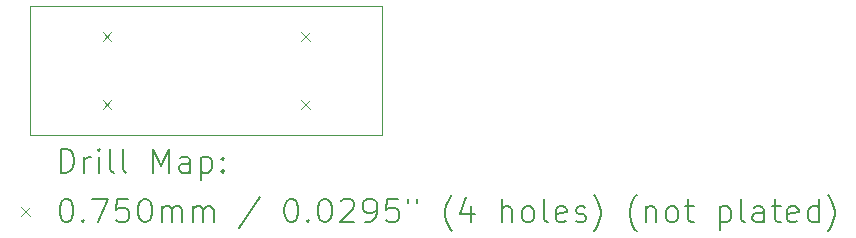
<source format=gbr>
%TF.GenerationSoftware,KiCad,Pcbnew,8.0.4*%
%TF.CreationDate,2024-12-01T16:30:58-06:00*%
%TF.ProjectId,SuzyQ,53757a79-512e-46b6-9963-61645f706362,1.0*%
%TF.SameCoordinates,Original*%
%TF.FileFunction,Drillmap*%
%TF.FilePolarity,Positive*%
%FSLAX45Y45*%
G04 Gerber Fmt 4.5, Leading zero omitted, Abs format (unit mm)*
G04 Created by KiCad (PCBNEW 8.0.4) date 2024-12-01 16:30:58*
%MOMM*%
%LPD*%
G01*
G04 APERTURE LIST*
%ADD10C,0.050000*%
%ADD11C,0.200000*%
%ADD12C,0.100000*%
G04 APERTURE END LIST*
D10*
X10900000Y-9300000D02*
X13879000Y-9300000D01*
X13879000Y-8200000D01*
X10900000Y-8200000D01*
X10900000Y-9300000D01*
D11*
D12*
X11513500Y-8422500D02*
X11588500Y-8497500D01*
X11588500Y-8422500D02*
X11513500Y-8497500D01*
X11513500Y-9002500D02*
X11588500Y-9077500D01*
X11588500Y-9002500D02*
X11513500Y-9077500D01*
X13194500Y-8422500D02*
X13269500Y-8497500D01*
X13269500Y-8422500D02*
X13194500Y-8497500D01*
X13194500Y-9002500D02*
X13269500Y-9077500D01*
X13269500Y-9002500D02*
X13194500Y-9077500D01*
D11*
X11158277Y-9613984D02*
X11158277Y-9413984D01*
X11158277Y-9413984D02*
X11205896Y-9413984D01*
X11205896Y-9413984D02*
X11234467Y-9423508D01*
X11234467Y-9423508D02*
X11253515Y-9442555D01*
X11253515Y-9442555D02*
X11263039Y-9461603D01*
X11263039Y-9461603D02*
X11272562Y-9499698D01*
X11272562Y-9499698D02*
X11272562Y-9528270D01*
X11272562Y-9528270D02*
X11263039Y-9566365D01*
X11263039Y-9566365D02*
X11253515Y-9585412D01*
X11253515Y-9585412D02*
X11234467Y-9604460D01*
X11234467Y-9604460D02*
X11205896Y-9613984D01*
X11205896Y-9613984D02*
X11158277Y-9613984D01*
X11358277Y-9613984D02*
X11358277Y-9480650D01*
X11358277Y-9518746D02*
X11367801Y-9499698D01*
X11367801Y-9499698D02*
X11377324Y-9490174D01*
X11377324Y-9490174D02*
X11396372Y-9480650D01*
X11396372Y-9480650D02*
X11415420Y-9480650D01*
X11482086Y-9613984D02*
X11482086Y-9480650D01*
X11482086Y-9413984D02*
X11472562Y-9423508D01*
X11472562Y-9423508D02*
X11482086Y-9433031D01*
X11482086Y-9433031D02*
X11491610Y-9423508D01*
X11491610Y-9423508D02*
X11482086Y-9413984D01*
X11482086Y-9413984D02*
X11482086Y-9433031D01*
X11605896Y-9613984D02*
X11586848Y-9604460D01*
X11586848Y-9604460D02*
X11577324Y-9585412D01*
X11577324Y-9585412D02*
X11577324Y-9413984D01*
X11710658Y-9613984D02*
X11691610Y-9604460D01*
X11691610Y-9604460D02*
X11682086Y-9585412D01*
X11682086Y-9585412D02*
X11682086Y-9413984D01*
X11939229Y-9613984D02*
X11939229Y-9413984D01*
X11939229Y-9413984D02*
X12005896Y-9556841D01*
X12005896Y-9556841D02*
X12072562Y-9413984D01*
X12072562Y-9413984D02*
X12072562Y-9613984D01*
X12253515Y-9613984D02*
X12253515Y-9509222D01*
X12253515Y-9509222D02*
X12243991Y-9490174D01*
X12243991Y-9490174D02*
X12224943Y-9480650D01*
X12224943Y-9480650D02*
X12186848Y-9480650D01*
X12186848Y-9480650D02*
X12167801Y-9490174D01*
X12253515Y-9604460D02*
X12234467Y-9613984D01*
X12234467Y-9613984D02*
X12186848Y-9613984D01*
X12186848Y-9613984D02*
X12167801Y-9604460D01*
X12167801Y-9604460D02*
X12158277Y-9585412D01*
X12158277Y-9585412D02*
X12158277Y-9566365D01*
X12158277Y-9566365D02*
X12167801Y-9547317D01*
X12167801Y-9547317D02*
X12186848Y-9537793D01*
X12186848Y-9537793D02*
X12234467Y-9537793D01*
X12234467Y-9537793D02*
X12253515Y-9528270D01*
X12348753Y-9480650D02*
X12348753Y-9680650D01*
X12348753Y-9490174D02*
X12367801Y-9480650D01*
X12367801Y-9480650D02*
X12405896Y-9480650D01*
X12405896Y-9480650D02*
X12424943Y-9490174D01*
X12424943Y-9490174D02*
X12434467Y-9499698D01*
X12434467Y-9499698D02*
X12443991Y-9518746D01*
X12443991Y-9518746D02*
X12443991Y-9575889D01*
X12443991Y-9575889D02*
X12434467Y-9594936D01*
X12434467Y-9594936D02*
X12424943Y-9604460D01*
X12424943Y-9604460D02*
X12405896Y-9613984D01*
X12405896Y-9613984D02*
X12367801Y-9613984D01*
X12367801Y-9613984D02*
X12348753Y-9604460D01*
X12529705Y-9594936D02*
X12539229Y-9604460D01*
X12539229Y-9604460D02*
X12529705Y-9613984D01*
X12529705Y-9613984D02*
X12520182Y-9604460D01*
X12520182Y-9604460D02*
X12529705Y-9594936D01*
X12529705Y-9594936D02*
X12529705Y-9613984D01*
X12529705Y-9490174D02*
X12539229Y-9499698D01*
X12539229Y-9499698D02*
X12529705Y-9509222D01*
X12529705Y-9509222D02*
X12520182Y-9499698D01*
X12520182Y-9499698D02*
X12529705Y-9490174D01*
X12529705Y-9490174D02*
X12529705Y-9509222D01*
D12*
X10822500Y-9905000D02*
X10897500Y-9980000D01*
X10897500Y-9905000D02*
X10822500Y-9980000D01*
D11*
X11196372Y-9833984D02*
X11215420Y-9833984D01*
X11215420Y-9833984D02*
X11234467Y-9843508D01*
X11234467Y-9843508D02*
X11243991Y-9853031D01*
X11243991Y-9853031D02*
X11253515Y-9872079D01*
X11253515Y-9872079D02*
X11263039Y-9910174D01*
X11263039Y-9910174D02*
X11263039Y-9957793D01*
X11263039Y-9957793D02*
X11253515Y-9995889D01*
X11253515Y-9995889D02*
X11243991Y-10014936D01*
X11243991Y-10014936D02*
X11234467Y-10024460D01*
X11234467Y-10024460D02*
X11215420Y-10033984D01*
X11215420Y-10033984D02*
X11196372Y-10033984D01*
X11196372Y-10033984D02*
X11177324Y-10024460D01*
X11177324Y-10024460D02*
X11167801Y-10014936D01*
X11167801Y-10014936D02*
X11158277Y-9995889D01*
X11158277Y-9995889D02*
X11148753Y-9957793D01*
X11148753Y-9957793D02*
X11148753Y-9910174D01*
X11148753Y-9910174D02*
X11158277Y-9872079D01*
X11158277Y-9872079D02*
X11167801Y-9853031D01*
X11167801Y-9853031D02*
X11177324Y-9843508D01*
X11177324Y-9843508D02*
X11196372Y-9833984D01*
X11348753Y-10014936D02*
X11358277Y-10024460D01*
X11358277Y-10024460D02*
X11348753Y-10033984D01*
X11348753Y-10033984D02*
X11339229Y-10024460D01*
X11339229Y-10024460D02*
X11348753Y-10014936D01*
X11348753Y-10014936D02*
X11348753Y-10033984D01*
X11424943Y-9833984D02*
X11558277Y-9833984D01*
X11558277Y-9833984D02*
X11472562Y-10033984D01*
X11729705Y-9833984D02*
X11634467Y-9833984D01*
X11634467Y-9833984D02*
X11624943Y-9929222D01*
X11624943Y-9929222D02*
X11634467Y-9919698D01*
X11634467Y-9919698D02*
X11653515Y-9910174D01*
X11653515Y-9910174D02*
X11701134Y-9910174D01*
X11701134Y-9910174D02*
X11720182Y-9919698D01*
X11720182Y-9919698D02*
X11729705Y-9929222D01*
X11729705Y-9929222D02*
X11739229Y-9948270D01*
X11739229Y-9948270D02*
X11739229Y-9995889D01*
X11739229Y-9995889D02*
X11729705Y-10014936D01*
X11729705Y-10014936D02*
X11720182Y-10024460D01*
X11720182Y-10024460D02*
X11701134Y-10033984D01*
X11701134Y-10033984D02*
X11653515Y-10033984D01*
X11653515Y-10033984D02*
X11634467Y-10024460D01*
X11634467Y-10024460D02*
X11624943Y-10014936D01*
X11863039Y-9833984D02*
X11882086Y-9833984D01*
X11882086Y-9833984D02*
X11901134Y-9843508D01*
X11901134Y-9843508D02*
X11910658Y-9853031D01*
X11910658Y-9853031D02*
X11920182Y-9872079D01*
X11920182Y-9872079D02*
X11929705Y-9910174D01*
X11929705Y-9910174D02*
X11929705Y-9957793D01*
X11929705Y-9957793D02*
X11920182Y-9995889D01*
X11920182Y-9995889D02*
X11910658Y-10014936D01*
X11910658Y-10014936D02*
X11901134Y-10024460D01*
X11901134Y-10024460D02*
X11882086Y-10033984D01*
X11882086Y-10033984D02*
X11863039Y-10033984D01*
X11863039Y-10033984D02*
X11843991Y-10024460D01*
X11843991Y-10024460D02*
X11834467Y-10014936D01*
X11834467Y-10014936D02*
X11824943Y-9995889D01*
X11824943Y-9995889D02*
X11815420Y-9957793D01*
X11815420Y-9957793D02*
X11815420Y-9910174D01*
X11815420Y-9910174D02*
X11824943Y-9872079D01*
X11824943Y-9872079D02*
X11834467Y-9853031D01*
X11834467Y-9853031D02*
X11843991Y-9843508D01*
X11843991Y-9843508D02*
X11863039Y-9833984D01*
X12015420Y-10033984D02*
X12015420Y-9900650D01*
X12015420Y-9919698D02*
X12024943Y-9910174D01*
X12024943Y-9910174D02*
X12043991Y-9900650D01*
X12043991Y-9900650D02*
X12072563Y-9900650D01*
X12072563Y-9900650D02*
X12091610Y-9910174D01*
X12091610Y-9910174D02*
X12101134Y-9929222D01*
X12101134Y-9929222D02*
X12101134Y-10033984D01*
X12101134Y-9929222D02*
X12110658Y-9910174D01*
X12110658Y-9910174D02*
X12129705Y-9900650D01*
X12129705Y-9900650D02*
X12158277Y-9900650D01*
X12158277Y-9900650D02*
X12177324Y-9910174D01*
X12177324Y-9910174D02*
X12186848Y-9929222D01*
X12186848Y-9929222D02*
X12186848Y-10033984D01*
X12282086Y-10033984D02*
X12282086Y-9900650D01*
X12282086Y-9919698D02*
X12291610Y-9910174D01*
X12291610Y-9910174D02*
X12310658Y-9900650D01*
X12310658Y-9900650D02*
X12339229Y-9900650D01*
X12339229Y-9900650D02*
X12358277Y-9910174D01*
X12358277Y-9910174D02*
X12367801Y-9929222D01*
X12367801Y-9929222D02*
X12367801Y-10033984D01*
X12367801Y-9929222D02*
X12377324Y-9910174D01*
X12377324Y-9910174D02*
X12396372Y-9900650D01*
X12396372Y-9900650D02*
X12424943Y-9900650D01*
X12424943Y-9900650D02*
X12443991Y-9910174D01*
X12443991Y-9910174D02*
X12453515Y-9929222D01*
X12453515Y-9929222D02*
X12453515Y-10033984D01*
X12843991Y-9824460D02*
X12672563Y-10081603D01*
X13101134Y-9833984D02*
X13120182Y-9833984D01*
X13120182Y-9833984D02*
X13139229Y-9843508D01*
X13139229Y-9843508D02*
X13148753Y-9853031D01*
X13148753Y-9853031D02*
X13158277Y-9872079D01*
X13158277Y-9872079D02*
X13167801Y-9910174D01*
X13167801Y-9910174D02*
X13167801Y-9957793D01*
X13167801Y-9957793D02*
X13158277Y-9995889D01*
X13158277Y-9995889D02*
X13148753Y-10014936D01*
X13148753Y-10014936D02*
X13139229Y-10024460D01*
X13139229Y-10024460D02*
X13120182Y-10033984D01*
X13120182Y-10033984D02*
X13101134Y-10033984D01*
X13101134Y-10033984D02*
X13082086Y-10024460D01*
X13082086Y-10024460D02*
X13072563Y-10014936D01*
X13072563Y-10014936D02*
X13063039Y-9995889D01*
X13063039Y-9995889D02*
X13053515Y-9957793D01*
X13053515Y-9957793D02*
X13053515Y-9910174D01*
X13053515Y-9910174D02*
X13063039Y-9872079D01*
X13063039Y-9872079D02*
X13072563Y-9853031D01*
X13072563Y-9853031D02*
X13082086Y-9843508D01*
X13082086Y-9843508D02*
X13101134Y-9833984D01*
X13253515Y-10014936D02*
X13263039Y-10024460D01*
X13263039Y-10024460D02*
X13253515Y-10033984D01*
X13253515Y-10033984D02*
X13243991Y-10024460D01*
X13243991Y-10024460D02*
X13253515Y-10014936D01*
X13253515Y-10014936D02*
X13253515Y-10033984D01*
X13386848Y-9833984D02*
X13405896Y-9833984D01*
X13405896Y-9833984D02*
X13424944Y-9843508D01*
X13424944Y-9843508D02*
X13434467Y-9853031D01*
X13434467Y-9853031D02*
X13443991Y-9872079D01*
X13443991Y-9872079D02*
X13453515Y-9910174D01*
X13453515Y-9910174D02*
X13453515Y-9957793D01*
X13453515Y-9957793D02*
X13443991Y-9995889D01*
X13443991Y-9995889D02*
X13434467Y-10014936D01*
X13434467Y-10014936D02*
X13424944Y-10024460D01*
X13424944Y-10024460D02*
X13405896Y-10033984D01*
X13405896Y-10033984D02*
X13386848Y-10033984D01*
X13386848Y-10033984D02*
X13367801Y-10024460D01*
X13367801Y-10024460D02*
X13358277Y-10014936D01*
X13358277Y-10014936D02*
X13348753Y-9995889D01*
X13348753Y-9995889D02*
X13339229Y-9957793D01*
X13339229Y-9957793D02*
X13339229Y-9910174D01*
X13339229Y-9910174D02*
X13348753Y-9872079D01*
X13348753Y-9872079D02*
X13358277Y-9853031D01*
X13358277Y-9853031D02*
X13367801Y-9843508D01*
X13367801Y-9843508D02*
X13386848Y-9833984D01*
X13529706Y-9853031D02*
X13539229Y-9843508D01*
X13539229Y-9843508D02*
X13558277Y-9833984D01*
X13558277Y-9833984D02*
X13605896Y-9833984D01*
X13605896Y-9833984D02*
X13624944Y-9843508D01*
X13624944Y-9843508D02*
X13634467Y-9853031D01*
X13634467Y-9853031D02*
X13643991Y-9872079D01*
X13643991Y-9872079D02*
X13643991Y-9891127D01*
X13643991Y-9891127D02*
X13634467Y-9919698D01*
X13634467Y-9919698D02*
X13520182Y-10033984D01*
X13520182Y-10033984D02*
X13643991Y-10033984D01*
X13739229Y-10033984D02*
X13777325Y-10033984D01*
X13777325Y-10033984D02*
X13796372Y-10024460D01*
X13796372Y-10024460D02*
X13805896Y-10014936D01*
X13805896Y-10014936D02*
X13824944Y-9986365D01*
X13824944Y-9986365D02*
X13834467Y-9948270D01*
X13834467Y-9948270D02*
X13834467Y-9872079D01*
X13834467Y-9872079D02*
X13824944Y-9853031D01*
X13824944Y-9853031D02*
X13815420Y-9843508D01*
X13815420Y-9843508D02*
X13796372Y-9833984D01*
X13796372Y-9833984D02*
X13758277Y-9833984D01*
X13758277Y-9833984D02*
X13739229Y-9843508D01*
X13739229Y-9843508D02*
X13729706Y-9853031D01*
X13729706Y-9853031D02*
X13720182Y-9872079D01*
X13720182Y-9872079D02*
X13720182Y-9919698D01*
X13720182Y-9919698D02*
X13729706Y-9938746D01*
X13729706Y-9938746D02*
X13739229Y-9948270D01*
X13739229Y-9948270D02*
X13758277Y-9957793D01*
X13758277Y-9957793D02*
X13796372Y-9957793D01*
X13796372Y-9957793D02*
X13815420Y-9948270D01*
X13815420Y-9948270D02*
X13824944Y-9938746D01*
X13824944Y-9938746D02*
X13834467Y-9919698D01*
X14015420Y-9833984D02*
X13920182Y-9833984D01*
X13920182Y-9833984D02*
X13910658Y-9929222D01*
X13910658Y-9929222D02*
X13920182Y-9919698D01*
X13920182Y-9919698D02*
X13939229Y-9910174D01*
X13939229Y-9910174D02*
X13986848Y-9910174D01*
X13986848Y-9910174D02*
X14005896Y-9919698D01*
X14005896Y-9919698D02*
X14015420Y-9929222D01*
X14015420Y-9929222D02*
X14024944Y-9948270D01*
X14024944Y-9948270D02*
X14024944Y-9995889D01*
X14024944Y-9995889D02*
X14015420Y-10014936D01*
X14015420Y-10014936D02*
X14005896Y-10024460D01*
X14005896Y-10024460D02*
X13986848Y-10033984D01*
X13986848Y-10033984D02*
X13939229Y-10033984D01*
X13939229Y-10033984D02*
X13920182Y-10024460D01*
X13920182Y-10024460D02*
X13910658Y-10014936D01*
X14101134Y-9833984D02*
X14101134Y-9872079D01*
X14177325Y-9833984D02*
X14177325Y-9872079D01*
X14472563Y-10110174D02*
X14463039Y-10100650D01*
X14463039Y-10100650D02*
X14443991Y-10072079D01*
X14443991Y-10072079D02*
X14434468Y-10053031D01*
X14434468Y-10053031D02*
X14424944Y-10024460D01*
X14424944Y-10024460D02*
X14415420Y-9976841D01*
X14415420Y-9976841D02*
X14415420Y-9938746D01*
X14415420Y-9938746D02*
X14424944Y-9891127D01*
X14424944Y-9891127D02*
X14434468Y-9862555D01*
X14434468Y-9862555D02*
X14443991Y-9843508D01*
X14443991Y-9843508D02*
X14463039Y-9814936D01*
X14463039Y-9814936D02*
X14472563Y-9805412D01*
X14634468Y-9900650D02*
X14634468Y-10033984D01*
X14586848Y-9824460D02*
X14539229Y-9967317D01*
X14539229Y-9967317D02*
X14663039Y-9967317D01*
X14891610Y-10033984D02*
X14891610Y-9833984D01*
X14977325Y-10033984D02*
X14977325Y-9929222D01*
X14977325Y-9929222D02*
X14967801Y-9910174D01*
X14967801Y-9910174D02*
X14948753Y-9900650D01*
X14948753Y-9900650D02*
X14920182Y-9900650D01*
X14920182Y-9900650D02*
X14901134Y-9910174D01*
X14901134Y-9910174D02*
X14891610Y-9919698D01*
X15101134Y-10033984D02*
X15082087Y-10024460D01*
X15082087Y-10024460D02*
X15072563Y-10014936D01*
X15072563Y-10014936D02*
X15063039Y-9995889D01*
X15063039Y-9995889D02*
X15063039Y-9938746D01*
X15063039Y-9938746D02*
X15072563Y-9919698D01*
X15072563Y-9919698D02*
X15082087Y-9910174D01*
X15082087Y-9910174D02*
X15101134Y-9900650D01*
X15101134Y-9900650D02*
X15129706Y-9900650D01*
X15129706Y-9900650D02*
X15148753Y-9910174D01*
X15148753Y-9910174D02*
X15158277Y-9919698D01*
X15158277Y-9919698D02*
X15167801Y-9938746D01*
X15167801Y-9938746D02*
X15167801Y-9995889D01*
X15167801Y-9995889D02*
X15158277Y-10014936D01*
X15158277Y-10014936D02*
X15148753Y-10024460D01*
X15148753Y-10024460D02*
X15129706Y-10033984D01*
X15129706Y-10033984D02*
X15101134Y-10033984D01*
X15282087Y-10033984D02*
X15263039Y-10024460D01*
X15263039Y-10024460D02*
X15253515Y-10005412D01*
X15253515Y-10005412D02*
X15253515Y-9833984D01*
X15434468Y-10024460D02*
X15415420Y-10033984D01*
X15415420Y-10033984D02*
X15377325Y-10033984D01*
X15377325Y-10033984D02*
X15358277Y-10024460D01*
X15358277Y-10024460D02*
X15348753Y-10005412D01*
X15348753Y-10005412D02*
X15348753Y-9929222D01*
X15348753Y-9929222D02*
X15358277Y-9910174D01*
X15358277Y-9910174D02*
X15377325Y-9900650D01*
X15377325Y-9900650D02*
X15415420Y-9900650D01*
X15415420Y-9900650D02*
X15434468Y-9910174D01*
X15434468Y-9910174D02*
X15443991Y-9929222D01*
X15443991Y-9929222D02*
X15443991Y-9948270D01*
X15443991Y-9948270D02*
X15348753Y-9967317D01*
X15520182Y-10024460D02*
X15539230Y-10033984D01*
X15539230Y-10033984D02*
X15577325Y-10033984D01*
X15577325Y-10033984D02*
X15596372Y-10024460D01*
X15596372Y-10024460D02*
X15605896Y-10005412D01*
X15605896Y-10005412D02*
X15605896Y-9995889D01*
X15605896Y-9995889D02*
X15596372Y-9976841D01*
X15596372Y-9976841D02*
X15577325Y-9967317D01*
X15577325Y-9967317D02*
X15548753Y-9967317D01*
X15548753Y-9967317D02*
X15529706Y-9957793D01*
X15529706Y-9957793D02*
X15520182Y-9938746D01*
X15520182Y-9938746D02*
X15520182Y-9929222D01*
X15520182Y-9929222D02*
X15529706Y-9910174D01*
X15529706Y-9910174D02*
X15548753Y-9900650D01*
X15548753Y-9900650D02*
X15577325Y-9900650D01*
X15577325Y-9900650D02*
X15596372Y-9910174D01*
X15672563Y-10110174D02*
X15682087Y-10100650D01*
X15682087Y-10100650D02*
X15701134Y-10072079D01*
X15701134Y-10072079D02*
X15710658Y-10053031D01*
X15710658Y-10053031D02*
X15720182Y-10024460D01*
X15720182Y-10024460D02*
X15729706Y-9976841D01*
X15729706Y-9976841D02*
X15729706Y-9938746D01*
X15729706Y-9938746D02*
X15720182Y-9891127D01*
X15720182Y-9891127D02*
X15710658Y-9862555D01*
X15710658Y-9862555D02*
X15701134Y-9843508D01*
X15701134Y-9843508D02*
X15682087Y-9814936D01*
X15682087Y-9814936D02*
X15672563Y-9805412D01*
X16034468Y-10110174D02*
X16024944Y-10100650D01*
X16024944Y-10100650D02*
X16005896Y-10072079D01*
X16005896Y-10072079D02*
X15996372Y-10053031D01*
X15996372Y-10053031D02*
X15986849Y-10024460D01*
X15986849Y-10024460D02*
X15977325Y-9976841D01*
X15977325Y-9976841D02*
X15977325Y-9938746D01*
X15977325Y-9938746D02*
X15986849Y-9891127D01*
X15986849Y-9891127D02*
X15996372Y-9862555D01*
X15996372Y-9862555D02*
X16005896Y-9843508D01*
X16005896Y-9843508D02*
X16024944Y-9814936D01*
X16024944Y-9814936D02*
X16034468Y-9805412D01*
X16110658Y-9900650D02*
X16110658Y-10033984D01*
X16110658Y-9919698D02*
X16120182Y-9910174D01*
X16120182Y-9910174D02*
X16139230Y-9900650D01*
X16139230Y-9900650D02*
X16167801Y-9900650D01*
X16167801Y-9900650D02*
X16186849Y-9910174D01*
X16186849Y-9910174D02*
X16196372Y-9929222D01*
X16196372Y-9929222D02*
X16196372Y-10033984D01*
X16320182Y-10033984D02*
X16301134Y-10024460D01*
X16301134Y-10024460D02*
X16291611Y-10014936D01*
X16291611Y-10014936D02*
X16282087Y-9995889D01*
X16282087Y-9995889D02*
X16282087Y-9938746D01*
X16282087Y-9938746D02*
X16291611Y-9919698D01*
X16291611Y-9919698D02*
X16301134Y-9910174D01*
X16301134Y-9910174D02*
X16320182Y-9900650D01*
X16320182Y-9900650D02*
X16348753Y-9900650D01*
X16348753Y-9900650D02*
X16367801Y-9910174D01*
X16367801Y-9910174D02*
X16377325Y-9919698D01*
X16377325Y-9919698D02*
X16386849Y-9938746D01*
X16386849Y-9938746D02*
X16386849Y-9995889D01*
X16386849Y-9995889D02*
X16377325Y-10014936D01*
X16377325Y-10014936D02*
X16367801Y-10024460D01*
X16367801Y-10024460D02*
X16348753Y-10033984D01*
X16348753Y-10033984D02*
X16320182Y-10033984D01*
X16443992Y-9900650D02*
X16520182Y-9900650D01*
X16472563Y-9833984D02*
X16472563Y-10005412D01*
X16472563Y-10005412D02*
X16482087Y-10024460D01*
X16482087Y-10024460D02*
X16501134Y-10033984D01*
X16501134Y-10033984D02*
X16520182Y-10033984D01*
X16739230Y-9900650D02*
X16739230Y-10100650D01*
X16739230Y-9910174D02*
X16758277Y-9900650D01*
X16758277Y-9900650D02*
X16796373Y-9900650D01*
X16796373Y-9900650D02*
X16815420Y-9910174D01*
X16815420Y-9910174D02*
X16824944Y-9919698D01*
X16824944Y-9919698D02*
X16834468Y-9938746D01*
X16834468Y-9938746D02*
X16834468Y-9995889D01*
X16834468Y-9995889D02*
X16824944Y-10014936D01*
X16824944Y-10014936D02*
X16815420Y-10024460D01*
X16815420Y-10024460D02*
X16796373Y-10033984D01*
X16796373Y-10033984D02*
X16758277Y-10033984D01*
X16758277Y-10033984D02*
X16739230Y-10024460D01*
X16948754Y-10033984D02*
X16929706Y-10024460D01*
X16929706Y-10024460D02*
X16920182Y-10005412D01*
X16920182Y-10005412D02*
X16920182Y-9833984D01*
X17110658Y-10033984D02*
X17110658Y-9929222D01*
X17110658Y-9929222D02*
X17101135Y-9910174D01*
X17101135Y-9910174D02*
X17082087Y-9900650D01*
X17082087Y-9900650D02*
X17043992Y-9900650D01*
X17043992Y-9900650D02*
X17024944Y-9910174D01*
X17110658Y-10024460D02*
X17091611Y-10033984D01*
X17091611Y-10033984D02*
X17043992Y-10033984D01*
X17043992Y-10033984D02*
X17024944Y-10024460D01*
X17024944Y-10024460D02*
X17015420Y-10005412D01*
X17015420Y-10005412D02*
X17015420Y-9986365D01*
X17015420Y-9986365D02*
X17024944Y-9967317D01*
X17024944Y-9967317D02*
X17043992Y-9957793D01*
X17043992Y-9957793D02*
X17091611Y-9957793D01*
X17091611Y-9957793D02*
X17110658Y-9948270D01*
X17177325Y-9900650D02*
X17253515Y-9900650D01*
X17205896Y-9833984D02*
X17205896Y-10005412D01*
X17205896Y-10005412D02*
X17215420Y-10024460D01*
X17215420Y-10024460D02*
X17234468Y-10033984D01*
X17234468Y-10033984D02*
X17253515Y-10033984D01*
X17396373Y-10024460D02*
X17377325Y-10033984D01*
X17377325Y-10033984D02*
X17339230Y-10033984D01*
X17339230Y-10033984D02*
X17320182Y-10024460D01*
X17320182Y-10024460D02*
X17310658Y-10005412D01*
X17310658Y-10005412D02*
X17310658Y-9929222D01*
X17310658Y-9929222D02*
X17320182Y-9910174D01*
X17320182Y-9910174D02*
X17339230Y-9900650D01*
X17339230Y-9900650D02*
X17377325Y-9900650D01*
X17377325Y-9900650D02*
X17396373Y-9910174D01*
X17396373Y-9910174D02*
X17405896Y-9929222D01*
X17405896Y-9929222D02*
X17405896Y-9948270D01*
X17405896Y-9948270D02*
X17310658Y-9967317D01*
X17577325Y-10033984D02*
X17577325Y-9833984D01*
X17577325Y-10024460D02*
X17558277Y-10033984D01*
X17558277Y-10033984D02*
X17520182Y-10033984D01*
X17520182Y-10033984D02*
X17501135Y-10024460D01*
X17501135Y-10024460D02*
X17491611Y-10014936D01*
X17491611Y-10014936D02*
X17482087Y-9995889D01*
X17482087Y-9995889D02*
X17482087Y-9938746D01*
X17482087Y-9938746D02*
X17491611Y-9919698D01*
X17491611Y-9919698D02*
X17501135Y-9910174D01*
X17501135Y-9910174D02*
X17520182Y-9900650D01*
X17520182Y-9900650D02*
X17558277Y-9900650D01*
X17558277Y-9900650D02*
X17577325Y-9910174D01*
X17653516Y-10110174D02*
X17663039Y-10100650D01*
X17663039Y-10100650D02*
X17682087Y-10072079D01*
X17682087Y-10072079D02*
X17691611Y-10053031D01*
X17691611Y-10053031D02*
X17701135Y-10024460D01*
X17701135Y-10024460D02*
X17710658Y-9976841D01*
X17710658Y-9976841D02*
X17710658Y-9938746D01*
X17710658Y-9938746D02*
X17701135Y-9891127D01*
X17701135Y-9891127D02*
X17691611Y-9862555D01*
X17691611Y-9862555D02*
X17682087Y-9843508D01*
X17682087Y-9843508D02*
X17663039Y-9814936D01*
X17663039Y-9814936D02*
X17653516Y-9805412D01*
M02*

</source>
